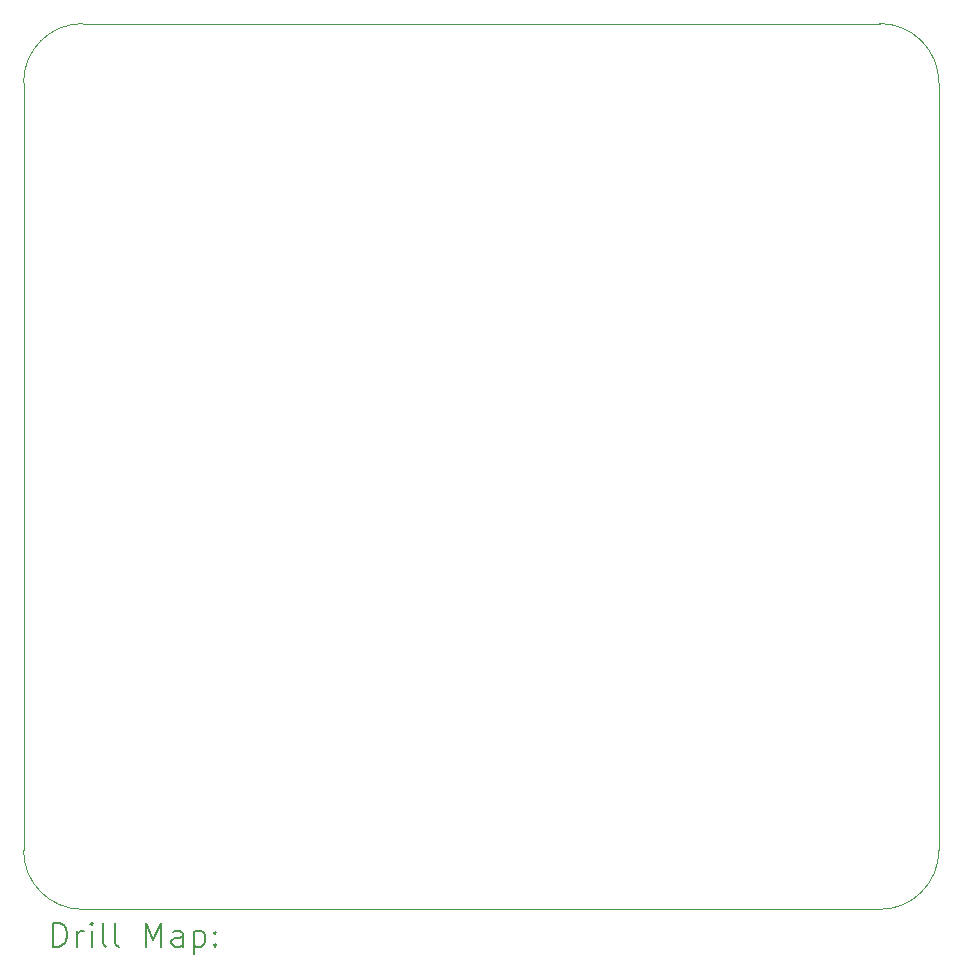
<source format=gbr>
%TF.GenerationSoftware,KiCad,Pcbnew,6.0.10+dfsg-1~bpo11+1*%
%TF.ProjectId,pwr,7077722e-6b69-4636-9164-5f7063625858,rev?*%
%TF.SameCoordinates,Original*%
%TF.FileFunction,Drillmap*%
%TF.FilePolarity,Positive*%
%FSLAX45Y45*%
G04 Gerber Fmt 4.5, Leading zero omitted, Abs format (unit mm)*
%MOMM*%
%LPD*%
G01*
G04 APERTURE LIST*
%ADD10C,0.100000*%
%ADD11C,0.200000*%
G04 APERTURE END LIST*
D10*
X18400000Y-13000000D02*
G75*
G03*
X18900000Y-12500000I0J500000D01*
G01*
X11150000Y-12500000D02*
G75*
G03*
X11650000Y-13000000I500000J0D01*
G01*
X11650000Y-5500000D02*
X18400000Y-5500000D01*
X11150000Y-12500000D02*
X11150000Y-6000000D01*
X18900000Y-6000000D02*
G75*
G03*
X18400000Y-5500000I-500000J0D01*
G01*
X18400000Y-13000000D02*
X11650000Y-13000000D01*
X11650000Y-5500000D02*
G75*
G03*
X11150000Y-6000000I0J-500000D01*
G01*
X18900000Y-6000000D02*
X18900000Y-12500000D01*
D11*
X11402619Y-13315476D02*
X11402619Y-13115476D01*
X11450238Y-13115476D01*
X11478809Y-13125000D01*
X11497857Y-13144048D01*
X11507381Y-13163095D01*
X11516905Y-13201190D01*
X11516905Y-13229762D01*
X11507381Y-13267857D01*
X11497857Y-13286905D01*
X11478809Y-13305952D01*
X11450238Y-13315476D01*
X11402619Y-13315476D01*
X11602619Y-13315476D02*
X11602619Y-13182143D01*
X11602619Y-13220238D02*
X11612143Y-13201190D01*
X11621667Y-13191667D01*
X11640714Y-13182143D01*
X11659762Y-13182143D01*
X11726428Y-13315476D02*
X11726428Y-13182143D01*
X11726428Y-13115476D02*
X11716905Y-13125000D01*
X11726428Y-13134524D01*
X11735952Y-13125000D01*
X11726428Y-13115476D01*
X11726428Y-13134524D01*
X11850238Y-13315476D02*
X11831190Y-13305952D01*
X11821667Y-13286905D01*
X11821667Y-13115476D01*
X11955000Y-13315476D02*
X11935952Y-13305952D01*
X11926428Y-13286905D01*
X11926428Y-13115476D01*
X12183571Y-13315476D02*
X12183571Y-13115476D01*
X12250238Y-13258333D01*
X12316905Y-13115476D01*
X12316905Y-13315476D01*
X12497857Y-13315476D02*
X12497857Y-13210714D01*
X12488333Y-13191667D01*
X12469286Y-13182143D01*
X12431190Y-13182143D01*
X12412143Y-13191667D01*
X12497857Y-13305952D02*
X12478809Y-13315476D01*
X12431190Y-13315476D01*
X12412143Y-13305952D01*
X12402619Y-13286905D01*
X12402619Y-13267857D01*
X12412143Y-13248809D01*
X12431190Y-13239286D01*
X12478809Y-13239286D01*
X12497857Y-13229762D01*
X12593095Y-13182143D02*
X12593095Y-13382143D01*
X12593095Y-13191667D02*
X12612143Y-13182143D01*
X12650238Y-13182143D01*
X12669286Y-13191667D01*
X12678809Y-13201190D01*
X12688333Y-13220238D01*
X12688333Y-13277381D01*
X12678809Y-13296428D01*
X12669286Y-13305952D01*
X12650238Y-13315476D01*
X12612143Y-13315476D01*
X12593095Y-13305952D01*
X12774048Y-13296428D02*
X12783571Y-13305952D01*
X12774048Y-13315476D01*
X12764524Y-13305952D01*
X12774048Y-13296428D01*
X12774048Y-13315476D01*
X12774048Y-13191667D02*
X12783571Y-13201190D01*
X12774048Y-13210714D01*
X12764524Y-13201190D01*
X12774048Y-13191667D01*
X12774048Y-13210714D01*
M02*

</source>
